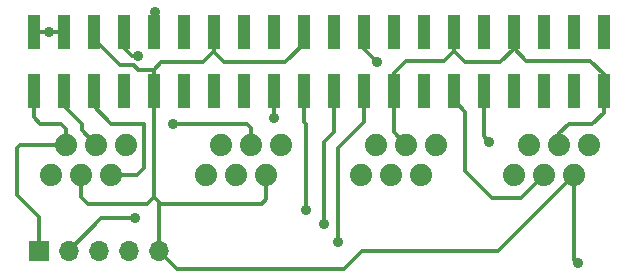
<source format=gbl>
G04 #@! TF.GenerationSoftware,KiCad,Pcbnew,7.0.10-7.0.10~ubuntu22.04.1*
G04 #@! TF.CreationDate,2024-01-29T17:38:46+05:30*
G04 #@! TF.ProjectId,bir-weather-hat,6269722d-7765-4617-9468-65722d686174,rev?*
G04 #@! TF.SameCoordinates,Original*
G04 #@! TF.FileFunction,Copper,L2,Bot*
G04 #@! TF.FilePolarity,Positive*
%FSLAX46Y46*%
G04 Gerber Fmt 4.6, Leading zero omitted, Abs format (unit mm)*
G04 Created by KiCad (PCBNEW 7.0.10-7.0.10~ubuntu22.04.1) date 2024-01-29 17:38:46*
%MOMM*%
%LPD*%
G01*
G04 APERTURE LIST*
G04 #@! TA.AperFunction,ComponentPad*
%ADD10R,1.700000X1.700000*%
G04 #@! TD*
G04 #@! TA.AperFunction,ComponentPad*
%ADD11O,1.700000X1.700000*%
G04 #@! TD*
G04 #@! TA.AperFunction,ComponentPad*
%ADD12C,1.879600*%
G04 #@! TD*
G04 #@! TA.AperFunction,SMDPad,CuDef*
%ADD13R,1.000000X3.000000*%
G04 #@! TD*
G04 #@! TA.AperFunction,ViaPad*
%ADD14C,0.900000*%
G04 #@! TD*
G04 #@! TA.AperFunction,Conductor*
%ADD15C,0.300000*%
G04 #@! TD*
G04 APERTURE END LIST*
D10*
X108630000Y-64500000D03*
D11*
X111170000Y-64500000D03*
X113710000Y-64500000D03*
X116250000Y-64500000D03*
X118790000Y-64500000D03*
D12*
X142250000Y-55500000D03*
X140980000Y-58040000D03*
X139710000Y-55500000D03*
X138440000Y-58040000D03*
X137170000Y-55500000D03*
X135900000Y-58040000D03*
X155250000Y-55510000D03*
X153980000Y-58050000D03*
X152710000Y-55510000D03*
X151440000Y-58050000D03*
X150170000Y-55510000D03*
X148900000Y-58050000D03*
X129130000Y-55510000D03*
X127860000Y-58050000D03*
X126590000Y-55510000D03*
X125320000Y-58050000D03*
X124050000Y-55510000D03*
X122780000Y-58050000D03*
X109650000Y-58040000D03*
X110920000Y-55500000D03*
X112190000Y-58040000D03*
X113460000Y-55500000D03*
X114730000Y-58040000D03*
X116000000Y-55500000D03*
D13*
X108190000Y-51000000D03*
X108190000Y-45960000D03*
X110730000Y-51000000D03*
X110730000Y-45960000D03*
X113270000Y-51000000D03*
X113270000Y-45960000D03*
X115810000Y-51000000D03*
X115810000Y-45960000D03*
X118350000Y-51000000D03*
X118350000Y-45960000D03*
X120890000Y-51000000D03*
X120890000Y-45960000D03*
X123430000Y-51000000D03*
X123430000Y-45960000D03*
X125970000Y-51000000D03*
X125970000Y-45960000D03*
X128510000Y-51000000D03*
X128510000Y-45960000D03*
X131050000Y-51000000D03*
X131050000Y-45960000D03*
X133590000Y-51000000D03*
X133590000Y-45960000D03*
X136130000Y-51000000D03*
X136130000Y-45960000D03*
X138670000Y-51000000D03*
X138670000Y-45960000D03*
X141210000Y-51000000D03*
X141210000Y-45960000D03*
X143750000Y-51000000D03*
X143750000Y-45960000D03*
X146290000Y-51000000D03*
X146290000Y-45960000D03*
X148830000Y-51000000D03*
X148830000Y-45960000D03*
X151370000Y-51000000D03*
X151370000Y-45960000D03*
X153910000Y-51000000D03*
X153910000Y-45960000D03*
X156450000Y-51000000D03*
X156450000Y-45960000D03*
D14*
X118500000Y-44250000D03*
X117000000Y-48000000D03*
X120000000Y-53750000D03*
X109500000Y-46000000D03*
X146750000Y-55250000D03*
X131250000Y-61000000D03*
X132750000Y-62250000D03*
X134000000Y-63750000D03*
X137250000Y-48500000D03*
X154250000Y-65500000D03*
X116750000Y-61750000D03*
X128500000Y-53250000D03*
D15*
X118350000Y-49150000D02*
X117018629Y-49150000D01*
X117018629Y-49150000D02*
X116668629Y-48800000D01*
X116668629Y-48800000D02*
X115500000Y-48800000D01*
X115500000Y-48800000D02*
X113270000Y-46570000D01*
X113270000Y-46570000D02*
X113270000Y-45960000D01*
X118350000Y-51000000D02*
X118350000Y-49150000D01*
X117000000Y-48000000D02*
X116500000Y-48000000D01*
X116500000Y-48000000D02*
X115810000Y-47310000D01*
X115810000Y-47310000D02*
X115810000Y-45960000D01*
X123430000Y-45960000D02*
X123430000Y-47570000D01*
X122500000Y-48500000D02*
X119000000Y-48500000D01*
X123430000Y-47570000D02*
X122500000Y-48500000D01*
X119000000Y-48500000D02*
X118350000Y-49150000D01*
X118500000Y-44250000D02*
X118500000Y-45810000D01*
X118500000Y-45810000D02*
X118350000Y-45960000D01*
X126590000Y-55510000D02*
X126590000Y-54090000D01*
X126590000Y-54090000D02*
X126250000Y-53750000D01*
X126250000Y-53750000D02*
X120000000Y-53750000D01*
X109540000Y-45960000D02*
X110730000Y-45960000D01*
X109500000Y-46000000D02*
X109540000Y-45960000D01*
X109460000Y-45960000D02*
X109500000Y-46000000D01*
X135950000Y-64550000D02*
X134500000Y-66000000D01*
X147480000Y-64550000D02*
X135950000Y-64550000D01*
X153980000Y-58050000D02*
X147480000Y-64550000D01*
X134500000Y-66000000D02*
X120290000Y-66000000D01*
X120290000Y-66000000D02*
X118790000Y-64500000D01*
X146750000Y-55250000D02*
X146290000Y-54790000D01*
X146290000Y-54790000D02*
X146290000Y-51000000D01*
X143750000Y-51000000D02*
X143750000Y-51750000D01*
X143750000Y-51750000D02*
X144750000Y-52750000D01*
X144750000Y-57750000D02*
X147000000Y-60000000D01*
X144750000Y-52750000D02*
X144750000Y-57750000D01*
X147000000Y-60000000D02*
X149490000Y-60000000D01*
X149490000Y-60000000D02*
X151440000Y-58050000D01*
X132750000Y-62000000D02*
X132750000Y-62250000D01*
X132750000Y-61000000D02*
X132750000Y-62000000D01*
X134000000Y-61000000D02*
X134000000Y-63750000D01*
X131250000Y-60750000D02*
X131250000Y-61000000D01*
X134000000Y-58750000D02*
X134000000Y-61000000D01*
X131250000Y-53750000D02*
X131250000Y-60750000D01*
X131050000Y-51000000D02*
X131050000Y-53550000D01*
X131050000Y-53550000D02*
X131250000Y-53750000D01*
X132750000Y-55250000D02*
X132750000Y-61000000D01*
X133590000Y-54202894D02*
X133590000Y-54410000D01*
X133590000Y-54410000D02*
X132750000Y-55250000D01*
X136130000Y-53620000D02*
X135750000Y-54000000D01*
X136130000Y-51000000D02*
X136130000Y-53620000D01*
X135750000Y-54000000D02*
X134000000Y-55750000D01*
X134000000Y-55750000D02*
X134000000Y-58750000D01*
X133590000Y-54202894D02*
X133590000Y-51000000D01*
X136130000Y-47380000D02*
X137250000Y-48500000D01*
X136130000Y-45960000D02*
X136130000Y-47380000D01*
X154250000Y-65500000D02*
X153980000Y-65230000D01*
X153980000Y-65230000D02*
X153980000Y-58050000D01*
X156450000Y-51000000D02*
X156450000Y-52800000D01*
X156450000Y-52800000D02*
X155500000Y-53750000D01*
X155500000Y-53750000D02*
X153500000Y-53750000D01*
X153500000Y-53750000D02*
X152710000Y-54540000D01*
X152710000Y-54540000D02*
X152710000Y-55510000D01*
X113920000Y-61750000D02*
X116750000Y-61750000D01*
X111170000Y-64500000D02*
X113920000Y-61750000D01*
X128500000Y-53250000D02*
X128500000Y-51010000D01*
X128500000Y-51010000D02*
X128510000Y-51000000D01*
X106750000Y-59750000D02*
X106750000Y-55750000D01*
X108630000Y-64500000D02*
X108630000Y-61630000D01*
X106750000Y-55750000D02*
X107000000Y-55500000D01*
X108630000Y-61630000D02*
X106750000Y-59750000D01*
X107000000Y-55500000D02*
X110920000Y-55500000D01*
X118950000Y-60500000D02*
X118475000Y-60025000D01*
X118475000Y-60025000D02*
X118350000Y-59900000D01*
X118790000Y-64500000D02*
X118790000Y-60340000D01*
X118790000Y-60340000D02*
X118475000Y-60025000D01*
X138670000Y-51000000D02*
X138670000Y-54460000D01*
X138670000Y-54460000D02*
X139710000Y-55500000D01*
X127860000Y-60140000D02*
X127500000Y-60500000D01*
X127860000Y-58050000D02*
X127860000Y-60140000D01*
X127500000Y-60500000D02*
X118950000Y-60500000D01*
X114730000Y-58040000D02*
X116960000Y-58040000D01*
X116960000Y-58040000D02*
X117500000Y-57500000D01*
X117500000Y-57500000D02*
X117500000Y-53750000D01*
X117500000Y-53750000D02*
X114750000Y-53750000D01*
X114750000Y-53750000D02*
X113270000Y-52270000D01*
X113270000Y-52270000D02*
X113270000Y-51000000D01*
X112250000Y-54290000D02*
X112250000Y-53750000D01*
X113460000Y-55500000D02*
X112250000Y-54290000D01*
X112250000Y-53750000D02*
X110730000Y-52230000D01*
X110730000Y-52230000D02*
X110730000Y-51000000D01*
X118350000Y-51000000D02*
X118350000Y-59900000D01*
X118350000Y-59900000D02*
X117750000Y-60500000D01*
X112750000Y-60500000D02*
X117750000Y-60500000D01*
X112190000Y-58040000D02*
X112190000Y-59940000D01*
X112190000Y-59940000D02*
X112750000Y-60500000D01*
X108190000Y-51000000D02*
X108190000Y-53190000D01*
X108190000Y-53190000D02*
X108750000Y-53750000D01*
X108750000Y-53750000D02*
X110500000Y-53750000D01*
X110500000Y-53750000D02*
X110920000Y-54170000D01*
X110920000Y-54170000D02*
X110920000Y-55500000D01*
X149900000Y-48400000D02*
X155300000Y-48400000D01*
X156450000Y-49550000D02*
X156450000Y-51000000D01*
X148830000Y-45960000D02*
X148830000Y-47330000D01*
X148830000Y-47330000D02*
X149900000Y-48400000D01*
X155300000Y-48400000D02*
X156450000Y-49550000D01*
X143750000Y-47550000D02*
X144700000Y-48500000D01*
X144700000Y-48500000D02*
X147700000Y-48500000D01*
X147700000Y-48500000D02*
X148830000Y-47370000D01*
X148830000Y-47370000D02*
X148830000Y-45960000D01*
X138670000Y-51000000D02*
X138670000Y-49430000D01*
X139700000Y-48400000D02*
X142900000Y-48400000D01*
X138670000Y-49430000D02*
X139700000Y-48400000D01*
X142900000Y-48400000D02*
X143750000Y-47550000D01*
X143750000Y-47550000D02*
X143750000Y-45960000D01*
X131050000Y-45960000D02*
X131050000Y-47150000D01*
X138670000Y-49570000D02*
X138670000Y-51000000D01*
X123430000Y-45960000D02*
X123430000Y-47630000D01*
X129500000Y-48500000D02*
X131050000Y-46950000D01*
X123430000Y-47630000D02*
X124300000Y-48500000D01*
X124300000Y-48500000D02*
X129500000Y-48500000D01*
X131050000Y-46950000D02*
X131050000Y-45960000D01*
X108190000Y-45960000D02*
X109460000Y-45960000D01*
M02*

</source>
